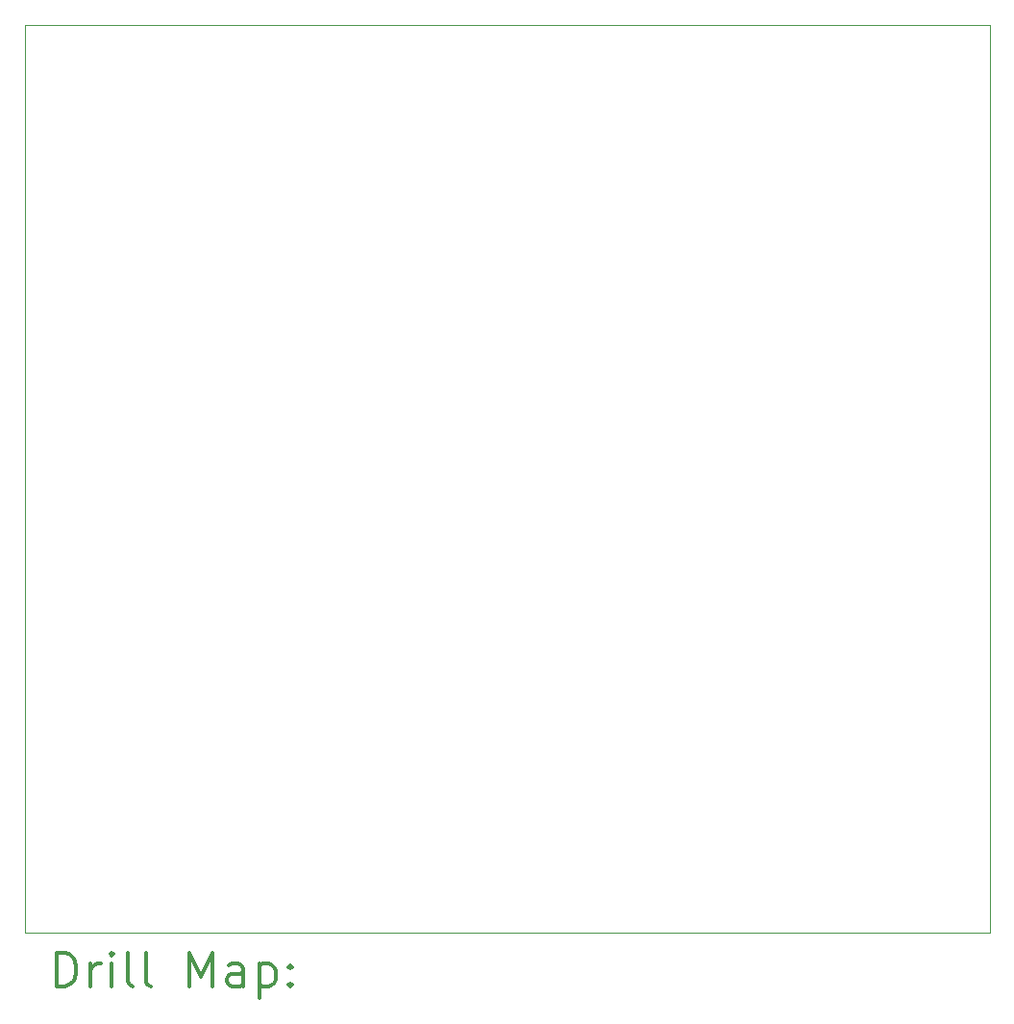
<source format=gbr>
%FSLAX45Y45*%
G04 Gerber Fmt 4.5, Leading zero omitted, Abs format (unit mm)*
G04 Created by KiCad (PCBNEW 5.1.6+dfsg1-1~bpo9+1) date 2022-04-04 20:49:42*
%MOMM*%
%LPD*%
G01*
G04 APERTURE LIST*
%TA.AperFunction,Profile*%
%ADD10C,0.100000*%
%TD*%
%ADD11C,0.200000*%
%ADD12C,0.300000*%
G04 APERTURE END LIST*
D10*
X0Y1000D02*
X8500000Y1000D01*
X8500000Y8001000D02*
X8500000Y1000D01*
X0Y8001000D02*
X0Y1000D01*
X0Y8001000D02*
X8500000Y8001000D01*
D11*
D12*
X281428Y-469714D02*
X281428Y-169714D01*
X352857Y-169714D01*
X395714Y-184000D01*
X424286Y-212571D01*
X438571Y-241143D01*
X452857Y-298286D01*
X452857Y-341143D01*
X438571Y-398286D01*
X424286Y-426857D01*
X395714Y-455429D01*
X352857Y-469714D01*
X281428Y-469714D01*
X581428Y-469714D02*
X581428Y-269714D01*
X581428Y-326857D02*
X595714Y-298286D01*
X610000Y-284000D01*
X638571Y-269714D01*
X667143Y-269714D01*
X767143Y-469714D02*
X767143Y-269714D01*
X767143Y-169714D02*
X752857Y-184000D01*
X767143Y-198286D01*
X781428Y-184000D01*
X767143Y-169714D01*
X767143Y-198286D01*
X952857Y-469714D02*
X924286Y-455429D01*
X910000Y-426857D01*
X910000Y-169714D01*
X1110000Y-469714D02*
X1081428Y-455429D01*
X1067143Y-426857D01*
X1067143Y-169714D01*
X1452857Y-469714D02*
X1452857Y-169714D01*
X1552857Y-384000D01*
X1652857Y-169714D01*
X1652857Y-469714D01*
X1924286Y-469714D02*
X1924286Y-312572D01*
X1910000Y-284000D01*
X1881428Y-269714D01*
X1824286Y-269714D01*
X1795714Y-284000D01*
X1924286Y-455429D02*
X1895714Y-469714D01*
X1824286Y-469714D01*
X1795714Y-455429D01*
X1781428Y-426857D01*
X1781428Y-398286D01*
X1795714Y-369714D01*
X1824286Y-355429D01*
X1895714Y-355429D01*
X1924286Y-341143D01*
X2067143Y-269714D02*
X2067143Y-569714D01*
X2067143Y-284000D02*
X2095714Y-269714D01*
X2152857Y-269714D01*
X2181428Y-284000D01*
X2195714Y-298286D01*
X2210000Y-326857D01*
X2210000Y-412571D01*
X2195714Y-441143D01*
X2181428Y-455429D01*
X2152857Y-469714D01*
X2095714Y-469714D01*
X2067143Y-455429D01*
X2338571Y-441143D02*
X2352857Y-455429D01*
X2338571Y-469714D01*
X2324286Y-455429D01*
X2338571Y-441143D01*
X2338571Y-469714D01*
X2338571Y-284000D02*
X2352857Y-298286D01*
X2338571Y-312572D01*
X2324286Y-298286D01*
X2338571Y-284000D01*
X2338571Y-312572D01*
M02*

</source>
